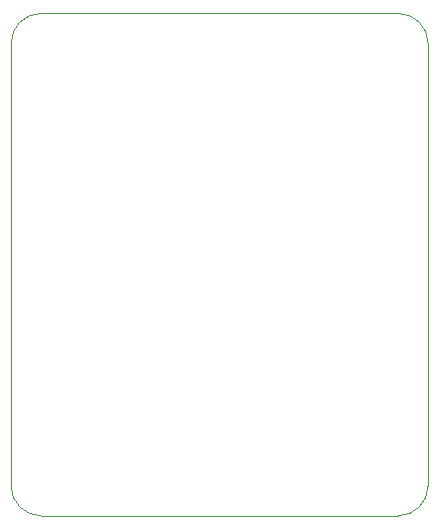
<source format=gbr>
%TF.GenerationSoftware,KiCad,Pcbnew,(7.0.0)*%
%TF.CreationDate,2023-06-28T20:41:30+03:00*%
%TF.ProjectId,Atego_Nano,41746567-6f5f-44e6-916e-6f2e6b696361,rev?*%
%TF.SameCoordinates,Original*%
%TF.FileFunction,Profile,NP*%
%FSLAX46Y46*%
G04 Gerber Fmt 4.6, Leading zero omitted, Abs format (unit mm)*
G04 Created by KiCad (PCBNEW (7.0.0)) date 2023-06-28 20:41:30*
%MOMM*%
%LPD*%
G01*
G04 APERTURE LIST*
%TA.AperFunction,Profile*%
%ADD10C,0.100000*%
%TD*%
G04 APERTURE END LIST*
D10*
X165713600Y-112126600D02*
X135487600Y-112126600D01*
X168253600Y-72121600D02*
G75*
G03*
X165713600Y-69581600I-2540000J0D01*
G01*
X132947600Y-109586600D02*
G75*
G03*
X135487600Y-112126600I2540000J0D01*
G01*
X168253600Y-72121600D02*
X168253600Y-109586600D01*
X165713600Y-112126600D02*
G75*
G03*
X168253600Y-109586600I0J2540000D01*
G01*
X132947600Y-109586600D02*
X132947600Y-72121600D01*
X135487600Y-69581600D02*
G75*
G03*
X132947600Y-72121600I0J-2540000D01*
G01*
X135487600Y-69581600D02*
X165713600Y-69581600D01*
M02*

</source>
